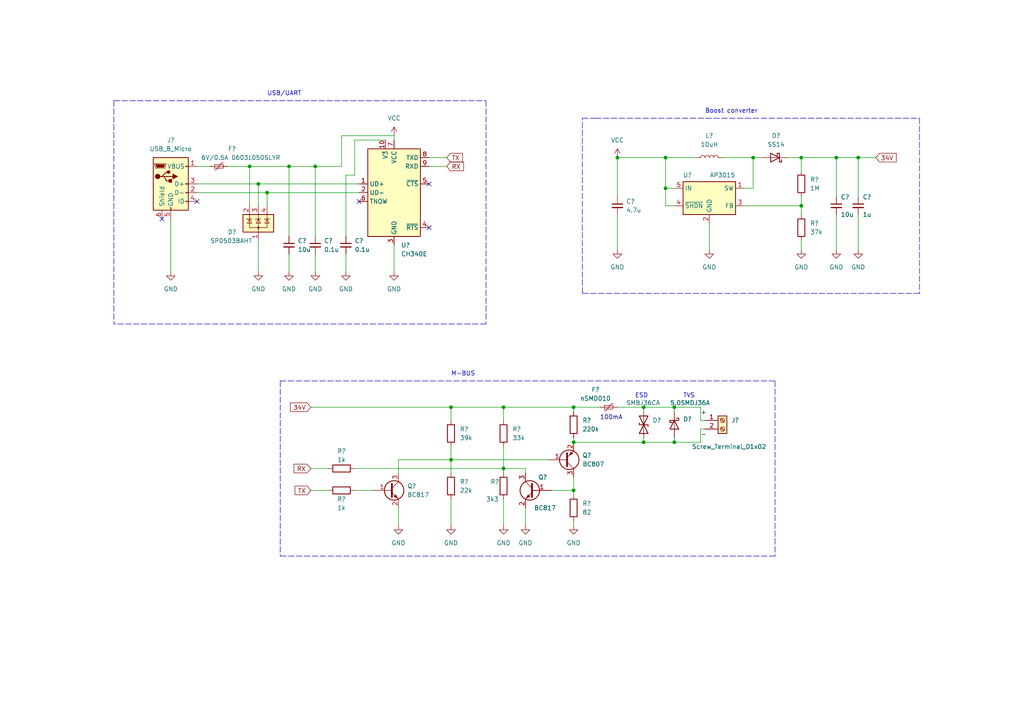
<source format=kicad_sch>
(kicad_sch (version 20211123) (generator eeschema)
  (paper "A4")
  (title_block (title "M-bus to USB converter") (date "2022-03-18") (rev "0.1") (company "Jan Gnip"))
  (lib_symbols
    (symbol "Connector:Screw_Terminal_01x02" (pin_names (offset 1.016) hide)
      (property "Reference" "J" (at 0 2.54 0))
      (property "Value" "Screw_Terminal_01x02" (at 0 -5.08 0))
      (symbol "Screw_Terminal_01x02_1_1"
        (rectangle (start -1.27 1.27) (end 1.27 -3.81) (stroke (width 0.254)) (fill (type background)))
        (circle (center 0 -2.54) (radius 0.635) (stroke (width 0.1524)))
        (polyline (pts (xy -0.5334 -2.2098) (xy 0.3302 -3.048)) (stroke (width 0.1524)))
        (polyline (pts (xy -0.5334 0.3302) (xy 0.3302 -0.508)) (stroke (width 0.1524)))
        (polyline (pts (xy -0.3556 -2.032) (xy 0.508 -2.8702)) (stroke (width 0.1524)))
        (polyline (pts (xy -0.3556 0.508) (xy 0.508 -0.3302)) (stroke (width 0.1524)))
        (circle (center 0 0) (radius 0.635) (stroke (width 0.1524)))
        (pin passive line (at -5.08 0 0) (length 3.81) (name "Pin_1") (number "1"))
        (pin passive line (at -5.08 -2.54 0) (length 3.81) (name "Pin_2") (number "2"))
      )
    )
    (symbol "Connector:USB_B_Micro" (pin_names (offset 1.016))
      (property "Reference" "J" (at -5.08 11.43 0))
      (property "Value" "USB_B_Micro" (at -5.08 8.89 0))
      (symbol "USB_B_Micro_0_1"
        (rectangle (start -5.08 -7.62) (end 5.08 7.62) (stroke (width 0.254)) (fill (type background)))
        (circle (center -3.81 2.159) (radius 0.635) (stroke (width 0.254)) (fill (type outline)))
        (circle (center -0.635 3.429) (radius 0.381) (stroke (width 0.254)) (fill (type outline)))
        (rectangle (start -0.127 -7.62) (end 0.127 -6.858))
        (polyline (pts (xy -1.905 2.159) (xy 0.635 2.159)) (stroke (width 0.254)))
        (polyline (pts (xy -3.175 2.159) (xy -2.54 2.159) (xy -1.27 3.429) (xy -0.635 3.429)) (stroke (width 0.254)))
        (polyline (pts (xy -2.54 2.159) (xy -1.905 2.159) (xy -1.27 0.889) (xy 0 0.889)) (stroke (width 0.254)))
        (polyline (pts (xy 0.635 2.794) (xy 0.635 1.524) (xy 1.905 2.159) (xy 0.635 2.794)) (stroke (width 0.254)) (fill (type outline)))
        (polyline (pts (xy -4.318 5.588) (xy -1.778 5.588) (xy -2.032 4.826) (xy -4.064 4.826) (xy -4.318 5.588)) (fill (type outline)))
        (polyline (pts (xy -4.699 5.842) (xy -4.699 5.588) (xy -4.445 4.826) (xy -4.445 4.572) (xy -1.651 4.572) (xy -1.651 4.826) (xy -1.397 5.588) (xy -1.397 5.842) (xy -4.699 5.842)))
        (rectangle (start 0.254 1.27) (end -0.508 0.508) (stroke (width 0.254)) (fill (type outline)))
        (rectangle (start 5.08 -5.207) (end 4.318 -4.953))
        (rectangle (start 5.08 -2.667) (end 4.318 -2.413))
        (rectangle (start 5.08 -0.127) (end 4.318 0.127))
        (rectangle (start 5.08 4.953) (end 4.318 5.207))
      )
      (symbol "USB_B_Micro_1_1"
        (pin power_out line (at 7.62 5.08 180) (length 2.54) (name "VBUS") (number "1"))
        (pin bidirectional line (at 7.62 -2.54 180) (length 2.54) (name "D-") (number "2"))
        (pin bidirectional line (at 7.62 0 180) (length 2.54) (name "D+") (number "3"))
        (pin passive line (at 7.62 -5.08 180) (length 2.54) (name "ID") (number "4"))
        (pin power_out line (at 0 -10.16 90) (length 2.54) (name "GND") (number "5"))
        (pin passive line (at -2.54 -10.16 90) (length 2.54) (name "Shield") (number "6"))
      )
    )
    (symbol "Device:C_Small" (pin_numbers hide) (pin_names (offset 0.254) hide)
      (property "Reference" "C" (at 0.254 1.778 0))
      (property "Value" "C_Small" (at 0.254 -2.032 0))
      (symbol "C_Small_0_1"
        (polyline (pts (xy -1.524 -0.508) (xy 1.524 -0.508)) (stroke (width 0.3302)))
        (polyline (pts (xy -1.524 0.508) (xy 1.524 0.508)) (stroke (width 0.3048)))
      )
      (symbol "C_Small_1_1"
        (pin passive line (at 0 2.54 270) (length 2.032) (name "~") (number "1"))
        (pin passive line (at 0 -2.54 90) (length 2.032) (name "~") (number "2"))
      )
    )
    (symbol "Device:D_Schottky" (pin_numbers hide) (pin_names (offset 1.016) hide)
      (property "Reference" "D" (at 0 2.54 0))
      (property "Value" "D_Schottky" (at 0 -2.54 0))
      (symbol "D_Schottky_0_1"
        (polyline (pts (xy 1.27 0) (xy -1.27 0)))
        (polyline (pts (xy 1.27 1.27) (xy 1.27 -1.27) (xy -1.27 0) (xy 1.27 1.27)) (stroke (width 0.254)))
        (polyline (pts (xy -1.905 0.635) (xy -1.905 1.27) (xy -1.27 1.27) (xy -1.27 -1.27) (xy -0.635 -1.27) (xy -0.635 -0.635)) (stroke (width 0.254)))
      )
      (symbol "D_Schottky_1_1"
        (pin passive line (at -3.81 0 0) (length 2.54) (name "K") (number "1"))
        (pin passive line (at 3.81 0 180) (length 2.54) (name "A") (number "2"))
      )
    )
    (symbol "Device:D_TVS" (pin_numbers hide) (pin_names (offset 1.016) hide)
      (property "Reference" "D" (at 0 2.54 0))
      (property "Value" "D_TVS" (at 0 -2.54 0))
      (symbol "D_TVS_0_1"
        (polyline (pts (xy 1.27 0) (xy -1.27 0)))
        (polyline (pts (xy 0.508 1.27) (xy 0 1.27) (xy 0 -1.27) (xy -0.508 -1.27)) (stroke (width 0.254)))
        (polyline (pts (xy -2.54 1.27) (xy -2.54 -1.27) (xy 2.54 1.27) (xy 2.54 -1.27) (xy -2.54 1.27)) (stroke (width 0.254)))
      )
      (symbol "D_TVS_1_1"
        (pin passive line (at -3.81 0 0) (length 2.54) (name "A1") (number "1"))
        (pin passive line (at 3.81 0 180) (length 2.54) (name "A2") (number "2"))
      )
    )
    (symbol "Device:L" (pin_numbers hide) (pin_names (offset 1.016) hide)
      (property "Reference" "L" (at -1.27 0 90))
      (property "Value" "L" (at 1.905 0 90))
      (symbol "L_0_1"
        (arc (start 0 -2.54) (mid 0.635 -1.905) (end 0 -1.27))
        (arc (start 0 -1.27) (mid 0.635 -0.635) (end 0 0))
        (arc (start 0 0) (mid 0.635 0.635) (end 0 1.27))
        (arc (start 0 1.27) (mid 0.635 1.905) (end 0 2.54))
      )
      (symbol "L_1_1"
        (pin passive line (at 0 3.81 270) (length 1.27) (name "1") (number "1"))
        (pin passive line (at 0 -3.81 90) (length 1.27) (name "2") (number "2"))
      )
    )
    (symbol "Device:Polyfuse_Small" (pin_numbers hide) (pin_names (offset 0))
      (property "Reference" "F" (at -1.905 0 90))
      (property "Value" "Polyfuse_Small" (at 1.905 0 90))
      (symbol "Polyfuse_Small_0_1"
        (rectangle (start -0.508 1.27) (end 0.508 -1.27))
        (polyline (pts (xy 0 2.54) (xy 0 -2.54)))
        (polyline (pts (xy -1.016 1.27) (xy -1.016 0.762) (xy 1.016 -0.762) (xy 1.016 -1.27)))
      )
      (symbol "Polyfuse_Small_1_1"
        (pin passive line (at 0 2.54 270) (length 0.635) (name "~") (number "1"))
        (pin passive line (at 0 -2.54 90) (length 0.635) (name "~") (number "2"))
      )
    )
    (symbol "Device:R" (pin_numbers hide) (pin_names (offset 0))
      (property "Reference" "R" (at 2.032 0 90))
      (property "Value" "R" (at 0 0 90))
      (symbol "R_0_1"
        (rectangle (start -1.016 -2.54) (end 1.016 2.54) (stroke (width 0.254)))
      )
      (symbol "R_1_1"
        (pin passive line (at 0 3.81 270) (length 1.27) (name "~") (number "1"))
        (pin passive line (at 0 -3.81 90) (length 1.27) (name "~") (number "2"))
      )
    )
    (symbol "Interface_USB:CH340E"
      (property "Reference" "U" (at -5.08 13.97 0))
      (property "Value" "CH340E" (at 1.27 13.97 0))
      (symbol "CH340E_0_1"
        (rectangle (start -7.62 12.7) (end 7.62 -12.7) (stroke (width 0.254)) (fill (type background)))
      )
      (symbol "CH340E_1_1"
        (pin bidirectional line (at -10.16 2.54 0) (length 2.54) (name "UD+") (number "1"))
        (pin passive line (at -2.54 15.24 270) (length 2.54) (name "V3") (number "10"))
        (pin bidirectional line (at -10.16 0 0) (length 2.54) (name "UD-") (number "2"))
        (pin power_in line (at 0 -15.24 90) (length 2.54) (name "GND") (number "3"))
        (pin output line (at 10.16 -10.16 180) (length 2.54) (name "~{RTS}") (number "4"))
        (pin input line (at 10.16 2.54 180) (length 2.54) (name "~{CTS}") (number "5"))
        (pin output line (at -10.16 -2.54 0) (length 2.54) (name "TNOW") (number "6"))
        (pin power_in line (at 0 15.24 270) (length 2.54) (name "VCC") (number "7"))
        (pin output line (at 10.16 10.16 180) (length 2.54) (name "TXD") (number "8"))
        (pin input line (at 10.16 7.62 180) (length 2.54) (name "RXD") (number "9"))
      )
    )
    (symbol "Power_Protection:SP0503BAHT" (pin_names hide)
      (property "Reference" "D" (at 5.715 2.54 0))
      (property "Value" "SP0503BAHT" (at 5.715 0.635 0))
      (symbol "SP0503BAHT_0_0"
        (pin passive line (at 0 -5.08 90) (length 2.54) (name "A") (number "1"))
      )
      (symbol "SP0503BAHT_0_1"
        (rectangle (start -4.445 2.54) (end 4.445 -2.54) (stroke (width 0.254)) (fill (type background)))
        (circle (center 0 -1.27) (radius 0.254) (fill (type outline)))
        (polyline (pts (xy -2.54 2.54) (xy -2.54 1.27)))
        (polyline (pts (xy 0 -1.27) (xy 0 -2.54)))
        (polyline (pts (xy 0 -1.27) (xy 0 1.27)))
        (polyline (pts (xy 0 2.54) (xy 0 1.27)))
        (polyline (pts (xy 0.635 1.27) (xy 0.762 1.27)))
        (polyline (pts (xy 2.54 2.54) (xy 2.54 1.27)))
        (polyline (pts (xy 0.635 1.27) (xy -0.762 1.27) (xy -0.762 1.016)))
        (polyline (pts (xy -3.302 1.016) (xy -3.302 1.27) (xy -1.905 1.27) (xy -1.778 1.27)))
        (polyline (pts (xy -2.54 1.27) (xy -2.54 -1.27) (xy 2.54 -1.27) (xy 2.54 1.27)))
        (polyline (pts (xy -2.54 1.27) (xy -1.905 0) (xy -3.175 0) (xy -2.54 1.27)))
        (polyline (pts (xy 0.635 0) (xy -0.635 0) (xy 0 1.27) (xy 0.635 0)))
        (polyline (pts (xy 1.778 1.016) (xy 1.778 1.27) (xy 3.175 1.27) (xy 3.302 1.27)))
        (polyline (pts (xy 2.54 1.27) (xy 1.905 0) (xy 3.175 0) (xy 2.54 1.27)))
      )
      (symbol "SP0503BAHT_1_1"
        (pin passive line (at -2.54 5.08 270) (length 2.54) (name "K") (number "2"))
        (pin passive line (at 0 5.08 270) (length 2.54) (name "K") (number "3"))
        (pin passive line (at 2.54 5.08 270) (length 2.54) (name "K") (number "4"))
      )
    )
    (symbol "Transistor_BJT:BC807" (pin_names (offset 0) hide)
      (property "Reference" "Q" (at 5.08 1.905 0))
      (property "Value" "BC807" (at 5.08 0 0))
      (symbol "BC807_0_1"
        (polyline (pts (xy 0.635 0.635) (xy 2.54 2.54)))
        (polyline (pts (xy 0.635 -0.635) (xy 2.54 -2.54) (xy 2.54 -2.54)))
        (polyline (pts (xy 0.635 1.905) (xy 0.635 -1.905) (xy 0.635 -1.905)) (stroke (width 0.508)))
        (polyline (pts (xy 2.286 -1.778) (xy 1.778 -2.286) (xy 1.27 -1.27) (xy 2.286 -1.778) (xy 2.286 -1.778)) (fill (type outline)))
        (circle (center 1.27 0) (radius 2.8194) (stroke (width 0.254)))
      )
      (symbol "BC807_1_1"
        (pin input line (at -5.08 0 0) (length 5.715) (name "B") (number "1"))
        (pin passive line (at 2.54 -5.08 90) (length 2.54) (name "E") (number "2"))
        (pin passive line (at 2.54 5.08 270) (length 2.54) (name "C") (number "3"))
      )
    )
    (symbol "Transistor_BJT:BC817" (pin_names (offset 0) hide)
      (property "Reference" "Q" (at 5.08 1.905 0))
      (property "Value" "BC817" (at 5.08 0 0))
      (symbol "BC817_0_1"
        (polyline (pts (xy 0.635 0.635) (xy 2.54 2.54)))
        (polyline (pts (xy 0.635 -0.635) (xy 2.54 -2.54) (xy 2.54 -2.54)))
        (polyline (pts (xy 0.635 1.905) (xy 0.635 -1.905) (xy 0.635 -1.905)) (stroke (width 0.508)))
        (polyline (pts (xy 1.27 -1.778) (xy 1.778 -1.27) (xy 2.286 -2.286) (xy 1.27 -1.778) (xy 1.27 -1.778)) (fill (type outline)))
        (circle (center 1.27 0) (radius 2.8194) (stroke (width 0.254)))
      )
      (symbol "BC817_1_1"
        (pin input line (at -5.08 0 0) (length 5.715) (name "B") (number "1"))
        (pin passive line (at 2.54 -5.08 90) (length 2.54) (name "E") (number "2"))
        (pin passive line (at 2.54 5.08 270) (length 2.54) (name "C") (number "3"))
      )
    )
    (symbol "mbus_lib:AP3015"
      (property "Reference" "U" (at -7.62 5.715 0))
      (property "Value" "AP3015" (at 0 5.715 0))
      (symbol "AP3015_0_1"
        (rectangle (start -7.62 4.445) (end 7.62 -5.08) (stroke (width 0.254)) (fill (type background)))
      )
      (symbol "AP3015_1_1"
        (pin passive line (at 10.16 2.54 180) (length 2.54) (name "SW") (number "1"))
        (pin power_in line (at 0 -7.62 90) (length 2.54) (name "GND") (number "2"))
        (pin input line (at 10.16 -2.54 180) (length 2.54) (name "FB") (number "3"))
        (pin input line (at -10.16 -2.54 0) (length 2.54) (name "~{SHDN}") (number "4"))
        (pin power_in line (at -10.16 2.54 0) (length 2.54) (name "IN") (number "5"))
      )
    )
    (symbol "power:GND" (power) (pin_names (offset 0))
      (property "Value" "GND" (at 0 -3.81 0))
      (symbol "GND_0_1"
        (polyline (pts (xy 0 0) (xy 0 -1.27) (xy 1.27 -1.27) (xy 0 -2.54) (xy -1.27 -1.27) (xy 0 -1.27)))
      )
      (symbol "GND_1_1"
        (pin power_in line (at 0 0 270) (length 0) hide (name "GND") (number "1"))
      )
    )
    (symbol "power:VCC" (power) (pin_names (offset 0))
      (property "Value" "VCC" (at 0 3.81 0))
      (symbol "VCC_0_1"
        (polyline (pts (xy -0.762 1.27) (xy 0 2.54)))
        (polyline (pts (xy 0 0) (xy 0 2.54)))
        (polyline (pts (xy 0 2.54) (xy 0.762 1.27)))
      )
      (symbol "VCC_1_1"
        (pin power_in line (at 0 0 90) (length 0) hide (name "VCC") (number "1"))
      )
    )
  )
  (junction (at 186.69 118.11))
  (junction (at 232.41 59.69))
  (junction (at 74.93 53.34))
  (junction (at 130.81 118.11))
  (junction (at 166.37 118.11))
  (junction (at 146.05 118.11))
  (junction (at 83.82 48.26))
  (junction (at 232.41 45.72))
  (junction (at 242.57 45.72))
  (junction (at 193.04 45.72))
  (junction (at 91.44 48.26))
  (junction (at 218.44 45.72))
  (junction (at 130.81 133.35))
  (junction (at 195.58 128.27))
  (junction (at 195.58 118.11))
  (junction (at 72.39 48.26))
  (junction (at 179.07 45.72))
  (junction (at 166.37 128.27))
  (junction (at 248.92 45.72))
  (junction (at 193.04 54.61))
  (junction (at 77.47 55.88))
  (junction (at 186.69 128.27))
  (junction (at 146.05 135.89))
  (junction (at 166.37 142.24))
  (no_connect (at 46.99 63.5))
  (no_connect (at 57.15 58.42))
  (no_connect (at 104.14 58.42))
  (no_connect (at 124.46 66.04))
  (no_connect (at 124.46 53.34))
  (wire (pts (xy 130.81 118.11) (xy 130.81 121.92)))
  (wire (pts (xy 205.74 64.77) (xy 205.74 72.39)))
  (wire (pts (xy 57.15 48.26) (xy 60.96 48.26)))
  (wire (pts (xy 91.44 48.26) (xy 91.44 68.58)))
  (polyline (pts (xy 140.97 93.98) (xy 33.02 93.98)))
  (wire (pts (xy 195.58 127) (xy 195.58 128.27)))
  (wire (pts (xy 130.81 133.35) (xy 158.75 133.35)))
  (wire (pts (xy 186.69 128.27) (xy 195.58 128.27)))
  (wire (pts (xy 232.41 59.69) (xy 232.41 62.23)))
  (wire (pts (xy 166.37 151.13) (xy 166.37 152.4)))
  (wire (pts (xy 49.53 63.5) (xy 49.53 78.74)))
  (wire (pts (xy 77.47 55.88) (xy 104.14 55.88)))
  (wire (pts (xy 203.2 121.92) (xy 203.2 118.11)))
  (wire (pts (xy 83.82 73.66) (xy 83.82 78.74)))
  (wire (pts (xy 102.87 40.64) (xy 102.87 50.8)))
  (wire (pts (xy 146.05 144.78) (xy 146.05 152.4)))
  (polyline (pts (xy 168.91 85.09) (xy 168.91 34.29)))
  (polyline (pts (xy 266.7 85.09) (xy 168.91 85.09)))
  (polyline (pts (xy 266.7 34.29) (xy 266.7 85.09)))
  (wire (pts (xy 195.58 118.11) (xy 203.2 118.11)))
  (wire (pts (xy 152.4 135.89) (xy 152.4 137.16)))
  (wire (pts (xy 186.69 127) (xy 186.69 128.27)))
  (wire (pts (xy 102.87 142.24) (xy 107.95 142.24)))
  (wire (pts (xy 179.07 62.23) (xy 179.07 72.39)))
  (wire (pts (xy 124.46 45.72) (xy 129.54 45.72)))
  (wire (pts (xy 90.17 135.89) (xy 95.25 135.89)))
  (wire (pts (xy 57.15 53.34) (xy 74.93 53.34)))
  (wire (pts (xy 193.04 45.72) (xy 193.04 54.61)))
  (wire (pts (xy 72.39 48.26) (xy 72.39 59.69)))
  (wire (pts (xy 179.07 45.72) (xy 193.04 45.72)))
  (wire (pts (xy 195.58 118.11) (xy 195.58 119.38)))
  (wire (pts (xy 186.69 118.11) (xy 186.69 119.38)))
  (wire (pts (xy 193.04 59.69) (xy 195.58 59.69)))
  (wire (pts (xy 193.04 54.61) (xy 193.04 59.69)))
  (wire (pts (xy 166.37 118.11) (xy 166.37 119.38)))
  (wire (pts (xy 115.57 133.35) (xy 130.81 133.35)))
  (wire (pts (xy 90.17 142.24) (xy 95.25 142.24)))
  (wire (pts (xy 100.33 73.66) (xy 100.33 78.74)))
  (wire (pts (xy 218.44 54.61) (xy 215.9 54.61)))
  (wire (pts (xy 242.57 62.23) (xy 242.57 72.39)))
  (wire (pts (xy 232.41 57.15) (xy 232.41 59.69)))
  (wire (pts (xy 179.07 45.72) (xy 179.07 57.15)))
  (wire (pts (xy 186.69 118.11) (xy 195.58 118.11)))
  (wire (pts (xy 77.47 55.88) (xy 77.47 59.69)))
  (wire (pts (xy 99.06 39.37) (xy 99.06 48.26)))
  (wire (pts (xy 115.57 147.32) (xy 115.57 152.4)))
  (wire (pts (xy 114.3 39.37) (xy 99.06 39.37)))
  (wire (pts (xy 102.87 50.8) (xy 100.33 50.8)))
  (wire (pts (xy 90.17 118.11) (xy 130.81 118.11)))
  (wire (pts (xy 248.92 62.23) (xy 248.92 72.39)))
  (wire (pts (xy 232.41 45.72) (xy 232.41 49.53)))
  (wire (pts (xy 152.4 147.32) (xy 152.4 152.4)))
  (wire (pts (xy 57.15 55.88) (xy 77.47 55.88)))
  (wire (pts (xy 146.05 137.16) (xy 146.05 135.89)))
  (wire (pts (xy 102.87 135.89) (xy 146.05 135.89)))
  (wire (pts (xy 209.55 45.72) (xy 218.44 45.72)))
  (wire (pts (xy 232.41 45.72) (xy 242.57 45.72)))
  (wire (pts (xy 166.37 142.24) (xy 166.37 143.51)))
  (wire (pts (xy 195.58 128.27) (xy 203.2 128.27)))
  (wire (pts (xy 248.92 45.72) (xy 254 45.72)))
  (wire (pts (xy 130.81 129.54) (xy 130.81 133.35)))
  (wire (pts (xy 204.47 121.92) (xy 203.2 121.92)))
  (wire (pts (xy 74.93 53.34) (xy 74.93 59.69)))
  (wire (pts (xy 83.82 48.26) (xy 83.82 68.58)))
  (polyline (pts (xy 33.02 29.21) (xy 33.02 93.98)))
  (polyline (pts (xy 168.91 34.29) (xy 172.72 34.29)))
  (wire (pts (xy 166.37 118.11) (xy 173.99 118.11)))
  (polyline (pts (xy 224.79 161.29) (xy 81.28 161.29)))
  (wire (pts (xy 215.9 59.69) (xy 232.41 59.69)))
  (wire (pts (xy 218.44 45.72) (xy 218.44 54.61)))
  (polyline (pts (xy 140.97 29.21) (xy 140.97 93.98)))
  (wire (pts (xy 72.39 48.26) (xy 83.82 48.26)))
  (wire (pts (xy 91.44 73.66) (xy 91.44 78.74)))
  (wire (pts (xy 115.57 137.16) (xy 115.57 133.35)))
  (polyline (pts (xy 81.28 110.49) (xy 224.79 110.49)))
  (wire (pts (xy 218.44 45.72) (xy 220.98 45.72)))
  (wire (pts (xy 91.44 48.26) (xy 99.06 48.26)))
  (wire (pts (xy 193.04 45.72) (xy 201.93 45.72)))
  (wire (pts (xy 232.41 69.85) (xy 232.41 72.39)))
  (polyline (pts (xy 224.79 110.49) (xy 224.79 161.29)))
  (wire (pts (xy 114.3 40.64) (xy 114.3 39.37)))
  (wire (pts (xy 74.93 69.85) (xy 74.93 78.74)))
  (wire (pts (xy 242.57 45.72) (xy 242.57 57.15)))
  (wire (pts (xy 160.02 142.24) (xy 166.37 142.24)))
  (wire (pts (xy 179.07 118.11) (xy 186.69 118.11)))
  (wire (pts (xy 74.93 53.34) (xy 104.14 53.34)))
  (wire (pts (xy 242.57 45.72) (xy 248.92 45.72)))
  (wire (pts (xy 146.05 118.11) (xy 166.37 118.11)))
  (wire (pts (xy 193.04 54.61) (xy 195.58 54.61)))
  (wire (pts (xy 114.3 71.12) (xy 114.3 78.74)))
  (wire (pts (xy 130.81 144.78) (xy 130.81 152.4)))
  (wire (pts (xy 124.46 48.26) (xy 129.54 48.26)))
  (wire (pts (xy 146.05 118.11) (xy 146.05 121.92)))
  (wire (pts (xy 111.76 40.64) (xy 102.87 40.64)))
  (wire (pts (xy 66.04 48.26) (xy 72.39 48.26)))
  (wire (pts (xy 83.82 48.26) (xy 91.44 48.26)))
  (polyline (pts (xy 33.02 29.21) (xy 140.97 29.21)))
  (wire (pts (xy 146.05 129.54) (xy 146.05 135.89)))
  (wire (pts (xy 166.37 128.27) (xy 186.69 128.27)))
  (wire (pts (xy 166.37 127) (xy 166.37 128.27)))
  (wire (pts (xy 166.37 138.43) (xy 166.37 142.24)))
  (wire (pts (xy 248.92 45.72) (xy 248.92 57.15)))
  (wire (pts (xy 146.05 135.89) (xy 152.4 135.89)))
  (wire (pts (xy 228.6 45.72) (xy 232.41 45.72)))
  (wire (pts (xy 203.2 128.27) (xy 203.2 124.46)))
  (wire (pts (xy 130.81 118.11) (xy 146.05 118.11)))
  (wire (pts (xy 100.33 50.8) (xy 100.33 68.58)))
  (wire (pts (xy 203.2 124.46) (xy 204.47 124.46)))
  (polyline (pts (xy 172.72 34.29) (xy 266.7 34.29)))
  (wire (pts (xy 130.81 133.35) (xy 130.81 137.16)))
  (polyline (pts (xy 81.28 110.49) (xy 81.28 161.29)))
  (text "Boost converter" (at 204.47 33.02 0) (effects (font (size 1.27 1.27)) (justify left bottom)))
  (text "100mA" (at 173.99 121.92 0) (effects (font (size 1.27 1.27)) (justify left bottom)))
  (text "TVS" (at 198.12 115.57 0) (effects (font (size 1.27 1.27)) (justify left bottom)))
  (text "USB/UART" (at 77.47 27.94 0) (effects (font (size 1.27 1.27)) (justify left bottom)))
  (text "ESD" (at 184.15 115.57 0) (effects (font (size 1.27 1.27)) (justify left bottom)))
  (text "M-BUS" (at 130.81 109.22 0) (effects (font (size 1.27 1.27)) (justify left bottom)))
  (label "+" (at 203.2 120.65 0))
  (label "-" (at 203.2 127 0))
  (global_label "TX" (shape input) (at 129.54 45.72 0) (property "Intersheet References" "${INTERSHEET_REFS}" (effects hide)))
  (global_label "RX" (shape input) (at 90.17 135.89 180) (property "Intersheet References" "${INTERSHEET_REFS}" (effects hide)))
  (global_label "34V" (shape input) (at 90.17 118.11 180) (property "Intersheet References" "${INTERSHEET_REFS}" (effects hide)))
  (global_label "TX" (shape input) (at 90.17 142.24 180) (property "Intersheet References" "${INTERSHEET_REFS}" (effects hide)))
  (global_label "RX" (shape input) (at 129.54 48.26 0) (property "Intersheet References" "${INTERSHEET_REFS}" (effects hide)))
  (global_label "34V" (shape input) (at 254 45.72 0) (property "Intersheet References" "${INTERSHEET_REFS}" (effects hide)))
  (symbol (lib_id "power:GND") (at 205.74 72.39 0) (unit 1)
    (property "Reference" "#PWR?" (effects hide))
    (property "Value" "GND" (at 205.74 77.47 0))
  )
  (symbol (lib_id "Device:R") (at 166.37 123.19 0) (unit 1)
    (property "Reference" "R?" (at 168.91 121.9199 0) (effects (justify left)))
    (property "Value" "220k" (at 168.91 124.4599 0) (effects (justify left)))
  )
  (symbol (lib_id "Interface_USB:CH340E") (at 114.3 55.88 0) (unit 1)
    (property "Reference" "U?" (at 116.3194 71.12 0) (effects (justify left)))
    (property "Value" "CH340E" (at 116.3194 73.66 0) (effects (justify left)))
    (property "Footprint" "Package_SO:MSOP-10_3x3mm_P0.5mm" (effects hide))
    (property "Datasheet" "https://www.mpja.com/download/35227cpdata.pdf" (effects hide))
  )
  (symbol (lib_id "Device:L") (at 205.74 45.72 90) (unit 1)
    (property "Reference" "L?" (at 205.74 39.37 90))
    (property "Value" "10uH" (at 205.74 41.91 90))
  )
  (symbol (lib_id "Device:R") (at 146.05 140.97 0) (unit 1)
    (property "Reference" "R?" (at 142.24 139.7 0) (effects (justify left)))
    (property "Value" "3k3" (at 140.97 144.78 0) (effects (justify left)))
  )
  (symbol (lib_id "Device:Polyfuse_Small") (at 176.53 118.11 90) (unit 1)
    (property "Reference" "F?" (at 172.72 113.03 90))
    (property "Value" "nSMD010" (at 172.72 115.57 90))
  )
  (symbol (lib_id "power:GND") (at 100.33 78.74 0) (unit 1)
    (property "Reference" "#PWR?" (effects hide))
    (property "Value" "GND" (at 100.33 83.82 0))
  )
  (symbol (lib_id "power:GND") (at 232.41 72.39 0) (unit 1)
    (property "Reference" "#PWR?" (effects hide))
    (property "Value" "GND" (at 232.41 77.47 0))
  )
  (symbol (lib_id "Device:D_TVS") (at 186.69 123.19 90) (unit 1)
    (property "Reference" "D?" (at 189.23 121.9199 90) (effects (justify right)))
    (property "Value" "SMBJ36CA" (at 181.61 116.84 90) (effects (justify right)))
  )
  (symbol (lib_id "power:GND") (at 152.4 152.4 0) (unit 1)
    (property "Reference" "#PWR?" (effects hide))
    (property "Value" "GND" (at 152.4 157.48 0))
  )
  (symbol (lib_id "Device:R") (at 130.81 125.73 0) (unit 1)
    (property "Reference" "R?" (at 133.35 124.4599 0) (effects (justify left)))
    (property "Value" "39k" (at 133.35 126.9999 0) (effects (justify left)))
  )
  (symbol (lib_id "Transistor_BJT:BC817") (at 154.94 142.24 0) (mirror y) (unit 1)
    (property "Reference" "Q?" (at 158.75 138.43 0) (effects (justify left)))
    (property "Value" "BC817" (at 161.29 147.32 0) (effects (justify left)))
    (property "Footprint" "Package_TO_SOT_SMD:SOT-23" (effects hide))
    (property "Datasheet" "https://www.onsemi.com/pub/Collateral/BC818-D.pdf" (effects hide))
  )
  (symbol (lib_id "power:GND") (at 242.57 72.39 0) (unit 1)
    (property "Reference" "#PWR?" (effects hide))
    (property "Value" "GND" (at 242.57 77.47 0))
  )
  (symbol (lib_id "Device:D_Schottky") (at 195.58 123.19 270) (unit 1)
    (property "Reference" "D?" (at 198.12 121.6024 90) (effects (justify left)))
    (property "Value" "5.0SMDJ36A" (at 194.31 116.84 90) (effects (justify left)))
  )
  (symbol (lib_id "Device:D_Schottky") (at 224.79 45.72 180) (unit 1)
    (property "Reference" "D?" (at 225.1075 39.37 0))
    (property "Value" "SS14" (at 225.1075 41.91 0))
  )
  (symbol (lib_id "power:GND") (at 146.05 152.4 0) (unit 1)
    (property "Reference" "#PWR?" (effects hide))
    (property "Value" "GND" (at 146.05 157.48 0))
  )
  (symbol (lib_id "Power_Protection:SP0503BAHT") (at 74.93 64.77 0) (unit 1)
    (property "Reference" "D?" (at 66.04 67.31 0) (effects (justify left)))
    (property "Value" "SP0503BAHT" (at 60.96 69.85 0) (effects (justify left)))
    (property "Footprint" "Package_TO_SOT_SMD:SOT-143" (effects hide))
    (property "Datasheet" "http://www.littelfuse.com/~/media/files/littelfuse/technical%20resources/documents/data%20sheets/sp05xxba.pdf" (effects hide))
  )
  (symbol (lib_id "power:VCC") (at 114.3 39.37 0) (unit 1)
    (property "Reference" "#PWR?" (effects hide))
    (property "Value" "VCC" (at 114.3 34.29 0))
  )
  (symbol (lib_id "Device:C_Small") (at 179.07 59.69 0) (unit 1)
    (property "Reference" "C?" (at 181.61 58.4262 0) (effects (justify left)))
    (property "Value" "4.7u" (at 181.61 60.9662 0) (effects (justify left)))
  )
  (symbol (lib_id "power:GND") (at 115.57 152.4 0) (unit 1)
    (property "Reference" "#PWR?" (effects hide))
    (property "Value" "GND" (at 115.57 157.48 0))
  )
  (symbol (lib_id "Device:C_Small") (at 100.33 71.12 0) (unit 1)
    (property "Reference" "C?" (at 102.87 69.8562 0) (effects (justify left)))
    (property "Value" "0.1u" (at 102.87 72.3962 0) (effects (justify left)))
  )
  (symbol (lib_id "Device:R") (at 232.41 66.04 0) (unit 1)
    (property "Reference" "R?" (at 234.95 64.7699 0) (effects (justify left)))
    (property "Value" "37k" (at 234.95 67.3099 0) (effects (justify left)))
  )
  (symbol (lib_id "Connector:USB_B_Micro") (at 49.53 53.34 0) (unit 1)
    (property "Reference" "J?" (at 49.53 40.64 0))
    (property "Value" "USB_B_Micro" (at 49.53 43.18 0))
  )
  (symbol (lib_id "Transistor_BJT:BC817") (at 113.03 142.24 0) (unit 1)
    (property "Reference" "Q?" (at 118.11 140.9699 0) (effects (justify left)))
    (property "Value" "BC817" (at 118.11 143.5099 0) (effects (justify left)))
    (property "Footprint" "Package_TO_SOT_SMD:SOT-23" (effects hide))
    (property "Datasheet" "https://www.onsemi.com/pub/Collateral/BC818-D.pdf" (effects hide))
  )
  (symbol (lib_id "power:GND") (at 130.81 152.4 0) (unit 1)
    (property "Reference" "#PWR?" (effects hide))
    (property "Value" "GND" (at 130.81 157.48 0))
  )
  (symbol (lib_id "power:GND") (at 83.82 78.74 0) (unit 1)
    (property "Reference" "#PWR?" (effects hide))
    (property "Value" "GND" (at 83.82 83.82 0))
  )
  (symbol (lib_id "mbus_lib:AP3015") (at 205.74 57.15 0) (unit 1)
    (property "Reference" "U?" (at 199.39 50.8 0))
    (property "Value" "AP3015" (at 209.55 50.8 0))
    (property "Footprint" "Package_TO_SOT_SMD:SOT-23-5" (effects hide))
    (property "Datasheet" "https://www.diodes.com/assets/Datasheets/AP3015_A.pdf" (effects hide))
  )
  (symbol (lib_id "power:GND") (at 114.3 78.74 0) (unit 1)
    (property "Reference" "#PWR?" (effects hide))
    (property "Value" "GND" (at 114.3 83.82 0))
  )
  (symbol (lib_id "power:GND") (at 166.37 152.4 0) (unit 1)
    (property "Reference" "#PWR?" (effects hide))
    (property "Value" "GND" (at 166.37 157.48 0))
  )
  (symbol (lib_id "Device:R") (at 130.81 140.97 0) (unit 1)
    (property "Reference" "R?" (at 133.35 139.6999 0) (effects (justify left)))
    (property "Value" "22k" (at 133.35 142.2399 0) (effects (justify left)))
  )
  (symbol (lib_id "Device:C_Small") (at 242.57 59.69 0) (unit 1)
    (property "Reference" "C?" (at 243.84 57.15 0) (effects (justify left)))
    (property "Value" "10u" (at 243.84 62.23 0) (effects (justify left)))
  )
  (symbol (lib_id "Device:R") (at 232.41 53.34 0) (unit 1)
    (property "Reference" "R?" (at 234.95 52.0699 0) (effects (justify left)))
    (property "Value" "1M" (at 234.95 54.6099 0) (effects (justify left)))
  )
  (symbol (lib_id "Connector:Screw_Terminal_01x02") (at 209.55 121.92 0) (unit 1)
    (property "Reference" "J?" (at 212.09 121.9199 0) (effects (justify left)))
    (property "Value" "Screw_Terminal_01x02" (at 200.66 129.54 0) (effects (justify left)))
  )
  (symbol (lib_id "power:GND") (at 179.07 72.39 0) (unit 1)
    (property "Reference" "#PWR?" (effects hide))
    (property "Value" "GND" (at 179.07 77.47 0))
  )
  (symbol (lib_id "power:VCC") (at 179.07 45.72 0) (unit 1)
    (property "Reference" "#PWR?" (effects hide))
    (property "Value" "VCC" (at 179.07 40.64 0))
  )
  (symbol (lib_id "Device:Polyfuse_Small") (at 63.5 48.26 90) (unit 1)
    (property "Reference" "F?" (at 67.31 43.18 90))
    (property "Value" "6V/0.5A 0603L050SLYR" (at 69.85 45.72 90))
  )
  (symbol (lib_id "power:GND") (at 49.53 78.74 0) (unit 1)
    (property "Reference" "#PWR?" (effects hide))
    (property "Value" "GND" (at 49.53 83.82 0))
  )
  (symbol (lib_id "Device:R") (at 146.05 125.73 0) (unit 1)
    (property "Reference" "R?" (at 148.59 124.4599 0) (effects (justify left)))
    (property "Value" "33k" (at 148.59 126.9999 0) (effects (justify left)))
  )
  (symbol (lib_id "power:GND") (at 248.92 72.39 0) (unit 1)
    (property "Reference" "#PWR?" (effects hide))
    (property "Value" "GND" (at 248.92 77.47 0))
  )
  (symbol (lib_id "power:GND") (at 91.44 78.74 0) (unit 1)
    (property "Reference" "#PWR?" (effects hide))
    (property "Value" "GND" (at 91.44 83.82 0))
  )
  (symbol (lib_id "Device:C_Small") (at 83.82 71.12 0) (unit 1)
    (property "Reference" "C?" (at 86.36 69.85 0) (effects (justify left)))
    (property "Value" "10u" (at 86.36 72.39 0) (effects (justify left)))
  )
  (symbol (lib_id "Transistor_BJT:BC807") (at 163.83 133.35 0) (mirror x) (unit 1)
    (property "Reference" "Q?" (at 168.91 132.0799 0) (effects (justify left)))
    (property "Value" "BC807" (at 168.91 134.6199 0) (effects (justify left)))
    (property "Footprint" "Package_TO_SOT_SMD:SOT-23" (effects hide))
    (property "Datasheet" "https://www.onsemi.com/pub/Collateral/BC808-D.pdf" (effects hide))
  )
  (symbol (lib_id "Device:C_Small") (at 248.92 59.69 0) (unit 1)
    (property "Reference" "C?" (at 250.19 57.15 0) (effects (justify left)))
    (property "Value" "1u" (at 250.19 62.23 0) (effects (justify left)))
  )
  (symbol (lib_id "Device:R") (at 166.37 147.32 0) (unit 1)
    (property "Reference" "R?" (at 168.91 146.0499 0) (effects (justify left)))
    (property "Value" "82" (at 168.91 148.5899 0) (effects (justify left)))
  )
  (symbol (lib_id "Device:R") (at 99.06 142.24 90) (unit 1)
    (property "Reference" "R?" (at 99.06 144.78 90))
    (property "Value" "1k" (at 99.06 147.32 90))
  )
  (symbol (lib_id "Device:R") (at 99.06 135.89 90) (unit 1)
    (property "Reference" "R?" (at 99.06 130.81 90))
    (property "Value" "1k" (at 99.06 133.35 90))
  )
  (symbol (lib_id "power:GND") (at 74.93 78.74 0) (unit 1)
    (property "Reference" "#PWR?" (effects hide))
    (property "Value" "GND" (at 74.93 83.82 0))
  )
  (symbol (lib_id "Device:C_Small") (at 91.44 71.12 0) (unit 1)
    (property "Reference" "C?" (at 93.98 69.85 0) (effects (justify left)))
    (property "Value" "0.1u" (at 93.98 72.39 0) (effects (justify left)))
  )
)
</source>
